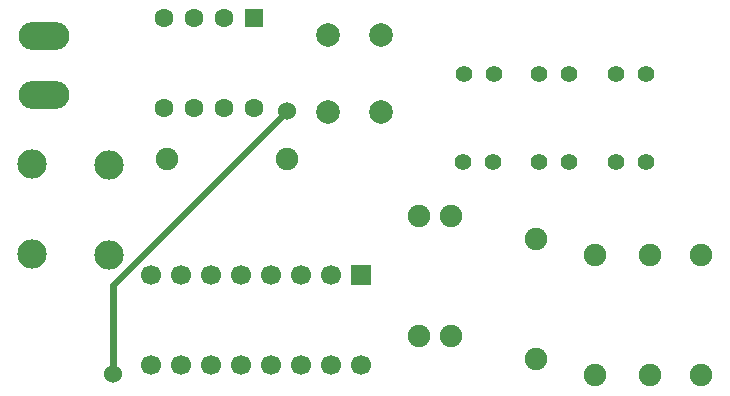
<source format=gtl>
G04 Layer: TopLayer*
G04 EasyEDA v6.5.50, 2025-04-28 15:17:28*
G04 ec43f4f42a0a4547a17121b9b8cfd53d,1edd566ed00f4b82bd531d174b10065b,10*
G04 Gerber Generator version 0.2*
G04 Scale: 100 percent, Rotated: No, Reflected: No *
G04 Dimensions in millimeters *
G04 leading zeros omitted , absolute positions ,4 integer and 5 decimal *
%FSLAX45Y45*%
%MOMM*%

%ADD10C,0.6000*%
%ADD11C,1.6000*%
%ADD12R,1.5240X1.6000*%
%ADD13O,4.28498X2.3800054000000004*%
%ADD14C,2.4892*%
%ADD15C,1.4000*%
%ADD16C,1.9050*%
%ADD17C,2.0000*%
%ADD18R,1.7000X1.7000*%
%ADD19C,1.7000*%
%ADD20C,1.5240*%
%ADD21C,0.0128*%

%LPD*%
D10*
X1828800Y5207000D02*
G01*
X1828800Y5956300D01*
X3302000Y7429500D01*
D11*
G01*
X2260600Y8216900D03*
G01*
X2514600Y8216900D03*
G01*
X2768600Y8216900D03*
D12*
G01*
X3022600Y8216900D03*
D11*
G01*
X2260600Y7454900D03*
G01*
X2514600Y7454900D03*
G01*
X2768600Y7454900D03*
G01*
X3022600Y7454900D03*
D13*
G01*
X1244600Y8064500D03*
G01*
X1244600Y7564501D03*
D14*
G01*
X1143000Y6223000D03*
G01*
X1143000Y6985000D03*
G01*
X1790700Y6210300D03*
G01*
X1790700Y6972300D03*
D15*
G01*
X6337300Y7747000D03*
G01*
X6083300Y7747000D03*
G01*
X5689600Y7747000D03*
G01*
X5435600Y7747000D03*
G01*
X5054600Y7747000D03*
G01*
X4800600Y7747000D03*
G01*
X6337300Y6997700D03*
G01*
X6083300Y6997700D03*
G01*
X5689600Y6997700D03*
G01*
X5435600Y6997700D03*
G01*
X5041900Y6997700D03*
G01*
X4787900Y6997700D03*
D16*
G01*
X2286000Y7023100D03*
G01*
X3302000Y7023100D03*
G01*
X5905500Y6210300D03*
G01*
X5905500Y5194300D03*
G01*
X6375400Y6210300D03*
G01*
X6375400Y5194300D03*
G01*
X6807200Y6210300D03*
G01*
X6807200Y5194300D03*
G01*
X5410200Y6350000D03*
G01*
X5410200Y5334000D03*
G01*
X4686300Y6540500D03*
G01*
X4686300Y5524500D03*
G01*
X4419600Y6540500D03*
G01*
X4419600Y5524500D03*
D17*
G01*
X3648481Y8071993D03*
G01*
X3648532Y7422006D03*
G01*
X4098493Y8071993D03*
G01*
X4098518Y7422006D03*
D18*
G01*
X3924300Y6044209D03*
D19*
G01*
X3670300Y6044209D03*
G01*
X2400300Y6044209D03*
G01*
X2146300Y6044209D03*
G01*
X3416300Y6044209D03*
G01*
X3162300Y6044209D03*
G01*
X2654300Y6044209D03*
G01*
X2908300Y6044209D03*
G01*
X2146300Y5284190D03*
G01*
X2400300Y5284190D03*
G01*
X2654300Y5284190D03*
G01*
X2908300Y5284190D03*
G01*
X3162300Y5284190D03*
G01*
X3416300Y5284190D03*
G01*
X3670300Y5284190D03*
G01*
X3924300Y5284190D03*
D20*
G01*
X3302000Y7429500D03*
G01*
X1828800Y5207000D03*
M02*

</source>
